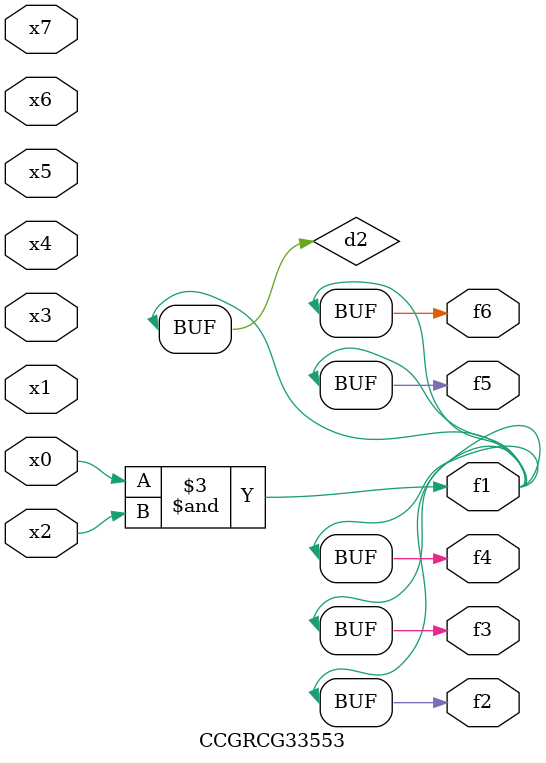
<source format=v>
module CCGRCG33553(
	input x0, x1, x2, x3, x4, x5, x6, x7,
	output f1, f2, f3, f4, f5, f6
);

	wire d1, d2;

	nor (d1, x3, x6);
	and (d2, x0, x2);
	assign f1 = d2;
	assign f2 = d2;
	assign f3 = d2;
	assign f4 = d2;
	assign f5 = d2;
	assign f6 = d2;
endmodule

</source>
